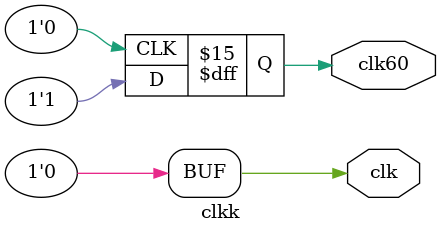
<source format=v>
`timescale 1ns / 1ps

module clkk(
        output reg clk,
        output reg clk60
    );
    
    initial begin
        clk = 0;
      repeat(10) #10 clk = ~clk;
    end
    
    always @ ( posedge clk ) begin
    
        clk60 = clk;
        clk60 = #6 ~clk; 
        
    end
  	
  	initial begin
      $dumpfile("dump.vcd");
      $dumpvars;
    end
    
    
    
endmodule

</source>
